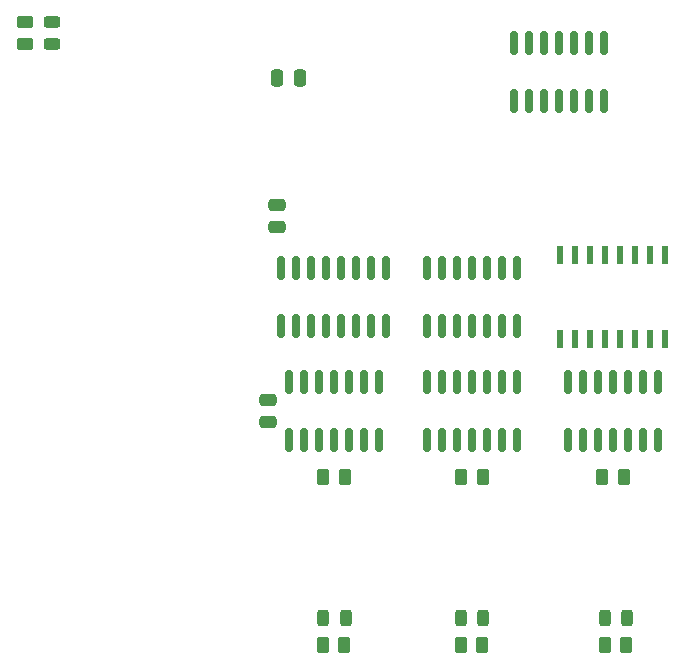
<source format=gbr>
%TF.GenerationSoftware,KiCad,Pcbnew,(6.0.0-0)*%
%TF.CreationDate,2022-10-19T22:54:38-04:00*%
%TF.ProjectId,CLOCK,434c4f43-4b2e-46b6-9963-61645f706362,rev?*%
%TF.SameCoordinates,Original*%
%TF.FileFunction,Paste,Top*%
%TF.FilePolarity,Positive*%
%FSLAX46Y46*%
G04 Gerber Fmt 4.6, Leading zero omitted, Abs format (unit mm)*
G04 Created by KiCad (PCBNEW (6.0.0-0)) date 2022-10-19 22:54:38*
%MOMM*%
%LPD*%
G01*
G04 APERTURE LIST*
G04 Aperture macros list*
%AMRoundRect*
0 Rectangle with rounded corners*
0 $1 Rounding radius*
0 $2 $3 $4 $5 $6 $7 $8 $9 X,Y pos of 4 corners*
0 Add a 4 corners polygon primitive as box body*
4,1,4,$2,$3,$4,$5,$6,$7,$8,$9,$2,$3,0*
0 Add four circle primitives for the rounded corners*
1,1,$1+$1,$2,$3*
1,1,$1+$1,$4,$5*
1,1,$1+$1,$6,$7*
1,1,$1+$1,$8,$9*
0 Add four rect primitives between the rounded corners*
20,1,$1+$1,$2,$3,$4,$5,0*
20,1,$1+$1,$4,$5,$6,$7,0*
20,1,$1+$1,$6,$7,$8,$9,0*
20,1,$1+$1,$8,$9,$2,$3,0*%
G04 Aperture macros list end*
%ADD10R,0.600000X1.500000*%
%ADD11RoundRect,0.150000X0.150000X-0.825000X0.150000X0.825000X-0.150000X0.825000X-0.150000X-0.825000X0*%
%ADD12RoundRect,0.243750X0.243750X0.456250X-0.243750X0.456250X-0.243750X-0.456250X0.243750X-0.456250X0*%
%ADD13RoundRect,0.250000X0.262500X0.450000X-0.262500X0.450000X-0.262500X-0.450000X0.262500X-0.450000X0*%
%ADD14RoundRect,0.243750X0.456250X-0.243750X0.456250X0.243750X-0.456250X0.243750X-0.456250X-0.243750X0*%
%ADD15RoundRect,0.250000X-0.262500X-0.450000X0.262500X-0.450000X0.262500X0.450000X-0.262500X0.450000X0*%
%ADD16RoundRect,0.250000X0.475000X-0.250000X0.475000X0.250000X-0.475000X0.250000X-0.475000X-0.250000X0*%
%ADD17RoundRect,0.250000X-0.450000X0.262500X-0.450000X-0.262500X0.450000X-0.262500X0.450000X0.262500X0*%
%ADD18RoundRect,0.250000X-0.250000X-0.475000X0.250000X-0.475000X0.250000X0.475000X-0.250000X0.475000X0*%
%ADD19RoundRect,0.250000X-0.475000X0.250000X-0.475000X-0.250000X0.475000X-0.250000X0.475000X0.250000X0*%
G04 APERTURE END LIST*
D10*
%TO.C,U6*%
X128143000Y-109214000D03*
X129413000Y-109214000D03*
X130683000Y-109214000D03*
X131953000Y-109214000D03*
X133223000Y-109214000D03*
X134493000Y-109214000D03*
X135763000Y-109214000D03*
X137033000Y-109214000D03*
X137033000Y-102114000D03*
X135763000Y-102114000D03*
X134493000Y-102114000D03*
X133223000Y-102114000D03*
X131953000Y-102114000D03*
X130683000Y-102114000D03*
X129413000Y-102114000D03*
X128143000Y-102114000D03*
%TD*%
D11*
%TO.C,U4*%
X104521000Y-108139000D03*
X105791000Y-108139000D03*
X107061000Y-108139000D03*
X108331000Y-108139000D03*
X109601000Y-108139000D03*
X110871000Y-108139000D03*
X112141000Y-108139000D03*
X113411000Y-108139000D03*
X113411000Y-103189000D03*
X112141000Y-103189000D03*
X110871000Y-103189000D03*
X109601000Y-103189000D03*
X108331000Y-103189000D03*
X107061000Y-103189000D03*
X105791000Y-103189000D03*
X104521000Y-103189000D03*
%TD*%
%TO.C,U8*%
X116892000Y-108134000D03*
X118162000Y-108134000D03*
X119432000Y-108134000D03*
X120702000Y-108134000D03*
X121972000Y-108134000D03*
X123242000Y-108134000D03*
X124512000Y-108134000D03*
X124512000Y-103184000D03*
X123242000Y-103184000D03*
X121972000Y-103184000D03*
X120702000Y-103184000D03*
X119432000Y-103184000D03*
X118162000Y-103184000D03*
X116892000Y-103184000D03*
%TD*%
%TO.C,U3*%
X105208000Y-117822000D03*
X106478000Y-117822000D03*
X107748000Y-117822000D03*
X109018000Y-117822000D03*
X110288000Y-117822000D03*
X111558000Y-117822000D03*
X112828000Y-117822000D03*
X112828000Y-112872000D03*
X111558000Y-112872000D03*
X110288000Y-112872000D03*
X109018000Y-112872000D03*
X107748000Y-112872000D03*
X106478000Y-112872000D03*
X105208000Y-112872000D03*
%TD*%
D12*
%TO.C,D3*%
X109982000Y-132842000D03*
X108107000Y-132842000D03*
%TD*%
D11*
%TO.C,U1*%
X116892000Y-117822000D03*
X118162000Y-117822000D03*
X119432000Y-117822000D03*
X120702000Y-117822000D03*
X121972000Y-117822000D03*
X123242000Y-117822000D03*
X124512000Y-117822000D03*
X124512000Y-112872000D03*
X123242000Y-112872000D03*
X121972000Y-112872000D03*
X120702000Y-112872000D03*
X119432000Y-112872000D03*
X118162000Y-112872000D03*
X116892000Y-112872000D03*
%TD*%
D13*
%TO.C,R3*%
X121614500Y-120935000D03*
X119789500Y-120935000D03*
%TD*%
D12*
%TO.C,D1*%
X133779500Y-132842000D03*
X131904500Y-132842000D03*
%TD*%
D14*
%TO.C,D4*%
X85090000Y-84249500D03*
X85090000Y-82374500D03*
%TD*%
D15*
%TO.C,R4*%
X131929500Y-135128000D03*
X133754500Y-135128000D03*
%TD*%
D16*
%TO.C,C1*%
X104140000Y-99756000D03*
X104140000Y-97856000D03*
%TD*%
D17*
%TO.C,R7*%
X82804000Y-82399500D03*
X82804000Y-84224500D03*
%TD*%
D15*
%TO.C,R5*%
X119737500Y-135128000D03*
X121562500Y-135128000D03*
%TD*%
D11*
%TO.C,U2*%
X128830000Y-117822000D03*
X130100000Y-117822000D03*
X131370000Y-117822000D03*
X132640000Y-117822000D03*
X133910000Y-117822000D03*
X135180000Y-117822000D03*
X136450000Y-117822000D03*
X136450000Y-112872000D03*
X135180000Y-112872000D03*
X133910000Y-112872000D03*
X132640000Y-112872000D03*
X131370000Y-112872000D03*
X130100000Y-112872000D03*
X128830000Y-112872000D03*
%TD*%
D12*
%TO.C,D2*%
X121587500Y-132842000D03*
X119712500Y-132842000D03*
%TD*%
D13*
%TO.C,R2*%
X109930500Y-120935000D03*
X108105500Y-120935000D03*
%TD*%
%TO.C,R1*%
X133552500Y-120935000D03*
X131727500Y-120935000D03*
%TD*%
D18*
%TO.C,C2*%
X104206000Y-87122000D03*
X106106000Y-87122000D03*
%TD*%
D19*
%TO.C,C3*%
X103378000Y-114366000D03*
X103378000Y-116266000D03*
%TD*%
D11*
%TO.C,U7*%
X124206000Y-89089000D03*
X125476000Y-89089000D03*
X126746000Y-89089000D03*
X128016000Y-89089000D03*
X129286000Y-89089000D03*
X130556000Y-89089000D03*
X131826000Y-89089000D03*
X131826000Y-84139000D03*
X130556000Y-84139000D03*
X129286000Y-84139000D03*
X128016000Y-84139000D03*
X126746000Y-84139000D03*
X125476000Y-84139000D03*
X124206000Y-84139000D03*
%TD*%
D15*
%TO.C,R6*%
X108053500Y-135128000D03*
X109878500Y-135128000D03*
%TD*%
M02*

</source>
